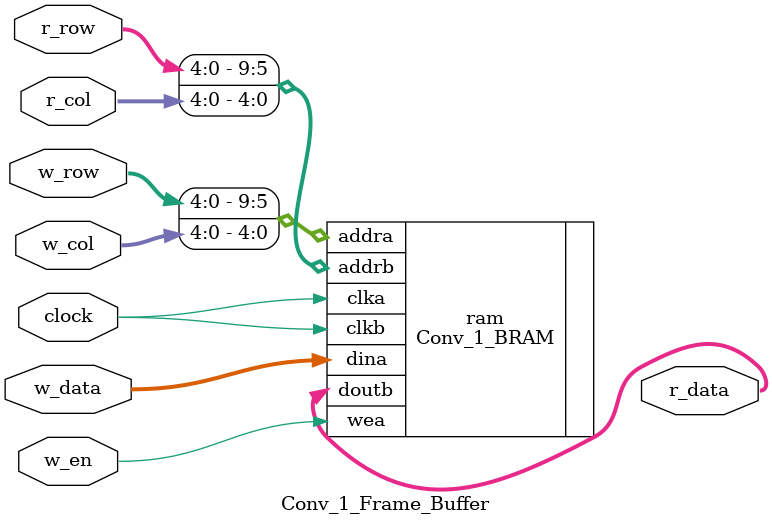
<source format=sv>
`timescale 1ns / 1ps

module Conv_1_Frame_Buffer(
    input clock,
    // Write signals
    // Row and col should both be >= 0, < 28
    input [4:0] w_row,
    input [4:0] w_col,
    input signed [17:0] w_data,
    input w_en,
    // Read signals
    // Row and col should both be >= 0, < 28
    input [4:0] r_row,
    input [4:0] r_col,
    output signed [17:0] r_data
);

    Conv_1_BRAM ram (
        .addra({w_row, w_col}),
        .clka(clock),
        .dina(w_data),
        .wea(w_en),
        .addrb({r_row, r_col}),
        .clkb(clock),
        .doutb(r_data)
    );

endmodule

</source>
